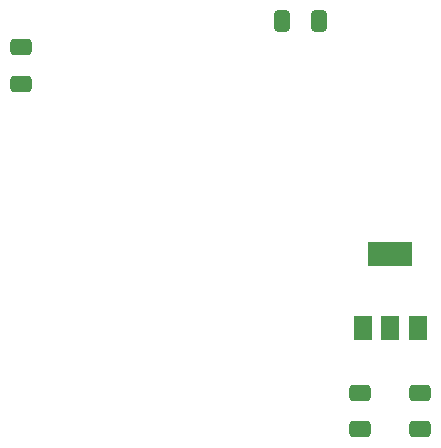
<source format=gbr>
%TF.GenerationSoftware,KiCad,Pcbnew,8.0.3*%
%TF.CreationDate,2024-07-01T16:31:59+02:00*%
%TF.ProjectId,weerstation-main,77656572-7374-4617-9469-6f6e2d6d6169,rev?*%
%TF.SameCoordinates,Original*%
%TF.FileFunction,Paste,Top*%
%TF.FilePolarity,Positive*%
%FSLAX46Y46*%
G04 Gerber Fmt 4.6, Leading zero omitted, Abs format (unit mm)*
G04 Created by KiCad (PCBNEW 8.0.3) date 2024-07-01 16:31:59*
%MOMM*%
%LPD*%
G01*
G04 APERTURE LIST*
G04 Aperture macros list*
%AMRoundRect*
0 Rectangle with rounded corners*
0 $1 Rounding radius*
0 $2 $3 $4 $5 $6 $7 $8 $9 X,Y pos of 4 corners*
0 Add a 4 corners polygon primitive as box body*
4,1,4,$2,$3,$4,$5,$6,$7,$8,$9,$2,$3,0*
0 Add four circle primitives for the rounded corners*
1,1,$1+$1,$2,$3*
1,1,$1+$1,$4,$5*
1,1,$1+$1,$6,$7*
1,1,$1+$1,$8,$9*
0 Add four rect primitives between the rounded corners*
20,1,$1+$1,$2,$3,$4,$5,0*
20,1,$1+$1,$4,$5,$6,$7,0*
20,1,$1+$1,$6,$7,$8,$9,0*
20,1,$1+$1,$8,$9,$2,$3,0*%
G04 Aperture macros list end*
%ADD10RoundRect,0.250000X-0.650000X0.412500X-0.650000X-0.412500X0.650000X-0.412500X0.650000X0.412500X0*%
%ADD11R,1.500000X2.000000*%
%ADD12R,3.800000X2.000000*%
%ADD13RoundRect,0.250000X-0.412500X-0.650000X0.412500X-0.650000X0.412500X0.650000X-0.412500X0.650000X0*%
G04 APERTURE END LIST*
D10*
%TO.C,C13*%
X68580000Y-54317500D03*
X68580000Y-57442500D03*
%TD*%
D11*
%TO.C,U2*%
X68820000Y-48870000D03*
X71120000Y-48870000D03*
D12*
X71120000Y-42570000D03*
D11*
X73420000Y-48870000D03*
%TD*%
D13*
%TO.C,C8*%
X61937500Y-22860000D03*
X65062500Y-22860000D03*
%TD*%
D10*
%TO.C,C14*%
X73660000Y-54317500D03*
X73660000Y-57442500D03*
%TD*%
%TO.C,C1*%
X39858886Y-25060000D03*
X39858886Y-28185000D03*
%TD*%
M02*

</source>
